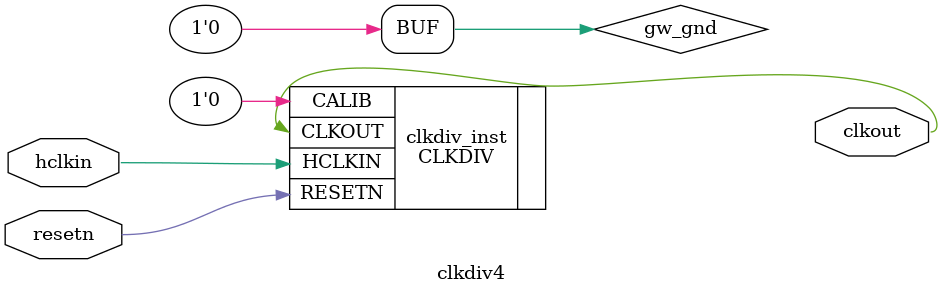
<source format=v>

module clkdiv4 (clkout, hclkin, resetn);

output clkout;
input hclkin;
input resetn;

wire gw_gnd;

assign gw_gnd = 1'b0;

CLKDIV clkdiv_inst (
    .CLKOUT(clkout),
    .HCLKIN(hclkin),
    .RESETN(resetn),
    .CALIB(gw_gnd)
);

defparam clkdiv_inst.DIV_MODE = "4";
defparam clkdiv_inst.GSREN = "false";

endmodule //clkdiv4

</source>
